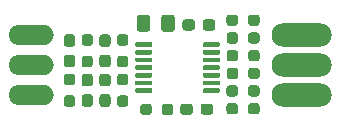
<source format=gbr>
%TF.GenerationSoftware,KiCad,Pcbnew,5.1.9-1.fc32*%
%TF.CreationDate,2021-03-14T18:14:37+05:30*%
%TF.ProjectId,BioAmp-EXG-Pill,42696f41-6d70-42d4-9558-472d50696c6c,v0.7*%
%TF.SameCoordinates,Original*%
%TF.FileFunction,Soldermask,Top*%
%TF.FilePolarity,Negative*%
%FSLAX46Y46*%
G04 Gerber Fmt 4.6, Leading zero omitted, Abs format (unit mm)*
G04 Created by KiCad (PCBNEW 5.1.9-1.fc32) date 2021-03-14 18:14:37*
%MOMM*%
%LPD*%
G01*
G04 APERTURE LIST*
%ADD10O,3.500000X1.700000*%
%ADD11O,3.500000X2.000000*%
%ADD12O,4.500000X2.000000*%
%ADD13O,2.000000X1.700000*%
G04 APERTURE END LIST*
%TO.C,U1*%
G36*
G01*
X132325000Y-99050000D02*
X132325000Y-99250000D01*
G75*
G02*
X132225000Y-99350000I-100000J0D01*
G01*
X130950000Y-99350000D01*
G75*
G02*
X130850000Y-99250000I0J100000D01*
G01*
X130850000Y-99050000D01*
G75*
G02*
X130950000Y-98950000I100000J0D01*
G01*
X132225000Y-98950000D01*
G75*
G02*
X132325000Y-99050000I0J-100000D01*
G01*
G37*
G36*
G01*
X132325000Y-98400000D02*
X132325000Y-98600000D01*
G75*
G02*
X132225000Y-98700000I-100000J0D01*
G01*
X130950000Y-98700000D01*
G75*
G02*
X130850000Y-98600000I0J100000D01*
G01*
X130850000Y-98400000D01*
G75*
G02*
X130950000Y-98300000I100000J0D01*
G01*
X132225000Y-98300000D01*
G75*
G02*
X132325000Y-98400000I0J-100000D01*
G01*
G37*
G36*
G01*
X132325000Y-97750000D02*
X132325000Y-97950000D01*
G75*
G02*
X132225000Y-98050000I-100000J0D01*
G01*
X130950000Y-98050000D01*
G75*
G02*
X130850000Y-97950000I0J100000D01*
G01*
X130850000Y-97750000D01*
G75*
G02*
X130950000Y-97650000I100000J0D01*
G01*
X132225000Y-97650000D01*
G75*
G02*
X132325000Y-97750000I0J-100000D01*
G01*
G37*
G36*
G01*
X132325000Y-97100000D02*
X132325000Y-97300000D01*
G75*
G02*
X132225000Y-97400000I-100000J0D01*
G01*
X130950000Y-97400000D01*
G75*
G02*
X130850000Y-97300000I0J100000D01*
G01*
X130850000Y-97100000D01*
G75*
G02*
X130950000Y-97000000I100000J0D01*
G01*
X132225000Y-97000000D01*
G75*
G02*
X132325000Y-97100000I0J-100000D01*
G01*
G37*
G36*
G01*
X132325000Y-96450000D02*
X132325000Y-96650000D01*
G75*
G02*
X132225000Y-96750000I-100000J0D01*
G01*
X130950000Y-96750000D01*
G75*
G02*
X130850000Y-96650000I0J100000D01*
G01*
X130850000Y-96450000D01*
G75*
G02*
X130950000Y-96350000I100000J0D01*
G01*
X132225000Y-96350000D01*
G75*
G02*
X132325000Y-96450000I0J-100000D01*
G01*
G37*
G36*
G01*
X132325000Y-95800000D02*
X132325000Y-96000000D01*
G75*
G02*
X132225000Y-96100000I-100000J0D01*
G01*
X130950000Y-96100000D01*
G75*
G02*
X130850000Y-96000000I0J100000D01*
G01*
X130850000Y-95800000D01*
G75*
G02*
X130950000Y-95700000I100000J0D01*
G01*
X132225000Y-95700000D01*
G75*
G02*
X132325000Y-95800000I0J-100000D01*
G01*
G37*
G36*
G01*
X132325000Y-95150000D02*
X132325000Y-95350000D01*
G75*
G02*
X132225000Y-95450000I-100000J0D01*
G01*
X130950000Y-95450000D01*
G75*
G02*
X130850000Y-95350000I0J100000D01*
G01*
X130850000Y-95150000D01*
G75*
G02*
X130950000Y-95050000I100000J0D01*
G01*
X132225000Y-95050000D01*
G75*
G02*
X132325000Y-95150000I0J-100000D01*
G01*
G37*
G36*
G01*
X138050000Y-95150000D02*
X138050000Y-95350000D01*
G75*
G02*
X137950000Y-95450000I-100000J0D01*
G01*
X136675000Y-95450000D01*
G75*
G02*
X136575000Y-95350000I0J100000D01*
G01*
X136575000Y-95150000D01*
G75*
G02*
X136675000Y-95050000I100000J0D01*
G01*
X137950000Y-95050000D01*
G75*
G02*
X138050000Y-95150000I0J-100000D01*
G01*
G37*
G36*
G01*
X138050000Y-95800000D02*
X138050000Y-96000000D01*
G75*
G02*
X137950000Y-96100000I-100000J0D01*
G01*
X136675000Y-96100000D01*
G75*
G02*
X136575000Y-96000000I0J100000D01*
G01*
X136575000Y-95800000D01*
G75*
G02*
X136675000Y-95700000I100000J0D01*
G01*
X137950000Y-95700000D01*
G75*
G02*
X138050000Y-95800000I0J-100000D01*
G01*
G37*
G36*
G01*
X138050000Y-96450000D02*
X138050000Y-96650000D01*
G75*
G02*
X137950000Y-96750000I-100000J0D01*
G01*
X136675000Y-96750000D01*
G75*
G02*
X136575000Y-96650000I0J100000D01*
G01*
X136575000Y-96450000D01*
G75*
G02*
X136675000Y-96350000I100000J0D01*
G01*
X137950000Y-96350000D01*
G75*
G02*
X138050000Y-96450000I0J-100000D01*
G01*
G37*
G36*
G01*
X138050000Y-97100000D02*
X138050000Y-97300000D01*
G75*
G02*
X137950000Y-97400000I-100000J0D01*
G01*
X136675000Y-97400000D01*
G75*
G02*
X136575000Y-97300000I0J100000D01*
G01*
X136575000Y-97100000D01*
G75*
G02*
X136675000Y-97000000I100000J0D01*
G01*
X137950000Y-97000000D01*
G75*
G02*
X138050000Y-97100000I0J-100000D01*
G01*
G37*
G36*
G01*
X138050000Y-97750000D02*
X138050000Y-97950000D01*
G75*
G02*
X137950000Y-98050000I-100000J0D01*
G01*
X136675000Y-98050000D01*
G75*
G02*
X136575000Y-97950000I0J100000D01*
G01*
X136575000Y-97750000D01*
G75*
G02*
X136675000Y-97650000I100000J0D01*
G01*
X137950000Y-97650000D01*
G75*
G02*
X138050000Y-97750000I0J-100000D01*
G01*
G37*
G36*
G01*
X138050000Y-98400000D02*
X138050000Y-98600000D01*
G75*
G02*
X137950000Y-98700000I-100000J0D01*
G01*
X136675000Y-98700000D01*
G75*
G02*
X136575000Y-98600000I0J100000D01*
G01*
X136575000Y-98400000D01*
G75*
G02*
X136675000Y-98300000I100000J0D01*
G01*
X137950000Y-98300000D01*
G75*
G02*
X138050000Y-98400000I0J-100000D01*
G01*
G37*
G36*
G01*
X138050000Y-99050000D02*
X138050000Y-99250000D01*
G75*
G02*
X137950000Y-99350000I-100000J0D01*
G01*
X136675000Y-99350000D01*
G75*
G02*
X136575000Y-99250000I0J100000D01*
G01*
X136575000Y-99050000D01*
G75*
G02*
X136675000Y-98950000I100000J0D01*
G01*
X137950000Y-98950000D01*
G75*
G02*
X138050000Y-99050000I0J-100000D01*
G01*
G37*
%TD*%
%TO.C,C3*%
G36*
G01*
X127037500Y-98805000D02*
X126562500Y-98805000D01*
G75*
G02*
X126325000Y-98567500I0J237500D01*
G01*
X126325000Y-97967500D01*
G75*
G02*
X126562500Y-97730000I237500J0D01*
G01*
X127037500Y-97730000D01*
G75*
G02*
X127275000Y-97967500I0J-237500D01*
G01*
X127275000Y-98567500D01*
G75*
G02*
X127037500Y-98805000I-237500J0D01*
G01*
G37*
G36*
G01*
X127037500Y-100530000D02*
X126562500Y-100530000D01*
G75*
G02*
X126325000Y-100292500I0J237500D01*
G01*
X126325000Y-99692500D01*
G75*
G02*
X126562500Y-99455000I237500J0D01*
G01*
X127037500Y-99455000D01*
G75*
G02*
X127275000Y-99692500I0J-237500D01*
G01*
X127275000Y-100292500D01*
G75*
G02*
X127037500Y-100530000I-237500J0D01*
G01*
G37*
%TD*%
D10*
%TO.C,J2*%
X121850000Y-94480000D03*
X121850000Y-97020000D03*
X121850000Y-99560000D03*
%TD*%
D11*
%TO.C,J1*%
X145760000Y-94470000D03*
X145760000Y-97010000D03*
X145760000Y-99550000D03*
%TD*%
%TO.C,C1*%
G36*
G01*
X133050000Y-93925000D02*
X133050000Y-92975000D01*
G75*
G02*
X133300000Y-92725000I250000J0D01*
G01*
X133975000Y-92725000D01*
G75*
G02*
X134225000Y-92975000I0J-250000D01*
G01*
X134225000Y-93925000D01*
G75*
G02*
X133975000Y-94175000I-250000J0D01*
G01*
X133300000Y-94175000D01*
G75*
G02*
X133050000Y-93925000I0J250000D01*
G01*
G37*
G36*
G01*
X130975000Y-93925000D02*
X130975000Y-92975000D01*
G75*
G02*
X131225000Y-92725000I250000J0D01*
G01*
X131900000Y-92725000D01*
G75*
G02*
X132150000Y-92975000I0J-250000D01*
G01*
X132150000Y-93925000D01*
G75*
G02*
X131900000Y-94175000I-250000J0D01*
G01*
X131225000Y-94175000D01*
G75*
G02*
X130975000Y-93925000I0J250000D01*
G01*
G37*
%TD*%
%TO.C,C8*%
G36*
G01*
X136395000Y-100967500D02*
X136395000Y-100492500D01*
G75*
G02*
X136632500Y-100255000I237500J0D01*
G01*
X137232500Y-100255000D01*
G75*
G02*
X137470000Y-100492500I0J-237500D01*
G01*
X137470000Y-100967500D01*
G75*
G02*
X137232500Y-101205000I-237500J0D01*
G01*
X136632500Y-101205000D01*
G75*
G02*
X136395000Y-100967500I0J237500D01*
G01*
G37*
G36*
G01*
X134670000Y-100967500D02*
X134670000Y-100492500D01*
G75*
G02*
X134907500Y-100255000I237500J0D01*
G01*
X135507500Y-100255000D01*
G75*
G02*
X135745000Y-100492500I0J-237500D01*
G01*
X135745000Y-100967500D01*
G75*
G02*
X135507500Y-101205000I-237500J0D01*
G01*
X134907500Y-101205000D01*
G75*
G02*
X134670000Y-100967500I0J237500D01*
G01*
G37*
%TD*%
%TO.C,R12*%
G36*
G01*
X140425000Y-96437500D02*
X140425000Y-95962500D01*
G75*
G02*
X140662500Y-95725000I237500J0D01*
G01*
X141162500Y-95725000D01*
G75*
G02*
X141400000Y-95962500I0J-237500D01*
G01*
X141400000Y-96437500D01*
G75*
G02*
X141162500Y-96675000I-237500J0D01*
G01*
X140662500Y-96675000D01*
G75*
G02*
X140425000Y-96437500I0J237500D01*
G01*
G37*
G36*
G01*
X138600000Y-96437500D02*
X138600000Y-95962500D01*
G75*
G02*
X138837500Y-95725000I237500J0D01*
G01*
X139337500Y-95725000D01*
G75*
G02*
X139575000Y-95962500I0J-237500D01*
G01*
X139575000Y-96437500D01*
G75*
G02*
X139337500Y-96675000I-237500J0D01*
G01*
X138837500Y-96675000D01*
G75*
G02*
X138600000Y-96437500I0J237500D01*
G01*
G37*
%TD*%
%TO.C,R11*%
G36*
G01*
X133125000Y-100987500D02*
X133125000Y-100512500D01*
G75*
G02*
X133362500Y-100275000I237500J0D01*
G01*
X133862500Y-100275000D01*
G75*
G02*
X134100000Y-100512500I0J-237500D01*
G01*
X134100000Y-100987500D01*
G75*
G02*
X133862500Y-101225000I-237500J0D01*
G01*
X133362500Y-101225000D01*
G75*
G02*
X133125000Y-100987500I0J237500D01*
G01*
G37*
G36*
G01*
X131300000Y-100987500D02*
X131300000Y-100512500D01*
G75*
G02*
X131537500Y-100275000I237500J0D01*
G01*
X132037500Y-100275000D01*
G75*
G02*
X132275000Y-100512500I0J-237500D01*
G01*
X132275000Y-100987500D01*
G75*
G02*
X132037500Y-101225000I-237500J0D01*
G01*
X131537500Y-101225000D01*
G75*
G02*
X131300000Y-100987500I0J237500D01*
G01*
G37*
%TD*%
%TO.C,R6*%
G36*
G01*
X140425000Y-97937500D02*
X140425000Y-97462500D01*
G75*
G02*
X140662500Y-97225000I237500J0D01*
G01*
X141162500Y-97225000D01*
G75*
G02*
X141400000Y-97462500I0J-237500D01*
G01*
X141400000Y-97937500D01*
G75*
G02*
X141162500Y-98175000I-237500J0D01*
G01*
X140662500Y-98175000D01*
G75*
G02*
X140425000Y-97937500I0J237500D01*
G01*
G37*
G36*
G01*
X138600000Y-97937500D02*
X138600000Y-97462500D01*
G75*
G02*
X138837500Y-97225000I237500J0D01*
G01*
X139337500Y-97225000D01*
G75*
G02*
X139575000Y-97462500I0J-237500D01*
G01*
X139575000Y-97937500D01*
G75*
G02*
X139337500Y-98175000I-237500J0D01*
G01*
X138837500Y-98175000D01*
G75*
G02*
X138600000Y-97937500I0J237500D01*
G01*
G37*
%TD*%
%TO.C,R9*%
G36*
G01*
X126562500Y-96205000D02*
X127037500Y-96205000D01*
G75*
G02*
X127275000Y-96442500I0J-237500D01*
G01*
X127275000Y-96942500D01*
G75*
G02*
X127037500Y-97180000I-237500J0D01*
G01*
X126562500Y-97180000D01*
G75*
G02*
X126325000Y-96942500I0J237500D01*
G01*
X126325000Y-96442500D01*
G75*
G02*
X126562500Y-96205000I237500J0D01*
G01*
G37*
G36*
G01*
X126562500Y-94380000D02*
X127037500Y-94380000D01*
G75*
G02*
X127275000Y-94617500I0J-237500D01*
G01*
X127275000Y-95117500D01*
G75*
G02*
X127037500Y-95355000I-237500J0D01*
G01*
X126562500Y-95355000D01*
G75*
G02*
X126325000Y-95117500I0J237500D01*
G01*
X126325000Y-94617500D01*
G75*
G02*
X126562500Y-94380000I237500J0D01*
G01*
G37*
%TD*%
%TO.C,R8*%
G36*
G01*
X125062500Y-99555000D02*
X125537500Y-99555000D01*
G75*
G02*
X125775000Y-99792500I0J-237500D01*
G01*
X125775000Y-100292500D01*
G75*
G02*
X125537500Y-100530000I-237500J0D01*
G01*
X125062500Y-100530000D01*
G75*
G02*
X124825000Y-100292500I0J237500D01*
G01*
X124825000Y-99792500D01*
G75*
G02*
X125062500Y-99555000I237500J0D01*
G01*
G37*
G36*
G01*
X125062500Y-97730000D02*
X125537500Y-97730000D01*
G75*
G02*
X125775000Y-97967500I0J-237500D01*
G01*
X125775000Y-98467500D01*
G75*
G02*
X125537500Y-98705000I-237500J0D01*
G01*
X125062500Y-98705000D01*
G75*
G02*
X124825000Y-98467500I0J237500D01*
G01*
X124825000Y-97967500D01*
G75*
G02*
X125062500Y-97730000I237500J0D01*
G01*
G37*
%TD*%
%TO.C,R7*%
G36*
G01*
X129562500Y-96205000D02*
X130037500Y-96205000D01*
G75*
G02*
X130275000Y-96442500I0J-237500D01*
G01*
X130275000Y-96942500D01*
G75*
G02*
X130037500Y-97180000I-237500J0D01*
G01*
X129562500Y-97180000D01*
G75*
G02*
X129325000Y-96942500I0J237500D01*
G01*
X129325000Y-96442500D01*
G75*
G02*
X129562500Y-96205000I237500J0D01*
G01*
G37*
G36*
G01*
X129562500Y-94380000D02*
X130037500Y-94380000D01*
G75*
G02*
X130275000Y-94617500I0J-237500D01*
G01*
X130275000Y-95117500D01*
G75*
G02*
X130037500Y-95355000I-237500J0D01*
G01*
X129562500Y-95355000D01*
G75*
G02*
X129325000Y-95117500I0J237500D01*
G01*
X129325000Y-94617500D01*
G75*
G02*
X129562500Y-94380000I237500J0D01*
G01*
G37*
%TD*%
%TO.C,R5*%
G36*
G01*
X139565000Y-92962500D02*
X139565000Y-93437500D01*
G75*
G02*
X139327500Y-93675000I-237500J0D01*
G01*
X138827500Y-93675000D01*
G75*
G02*
X138590000Y-93437500I0J237500D01*
G01*
X138590000Y-92962500D01*
G75*
G02*
X138827500Y-92725000I237500J0D01*
G01*
X139327500Y-92725000D01*
G75*
G02*
X139565000Y-92962500I0J-237500D01*
G01*
G37*
G36*
G01*
X141390000Y-92962500D02*
X141390000Y-93437500D01*
G75*
G02*
X141152500Y-93675000I-237500J0D01*
G01*
X140652500Y-93675000D01*
G75*
G02*
X140415000Y-93437500I0J237500D01*
G01*
X140415000Y-92962500D01*
G75*
G02*
X140652500Y-92725000I237500J0D01*
G01*
X141152500Y-92725000D01*
G75*
G02*
X141390000Y-92962500I0J-237500D01*
G01*
G37*
%TD*%
%TO.C,R4*%
G36*
G01*
X139575000Y-94462500D02*
X139575000Y-94937500D01*
G75*
G02*
X139337500Y-95175000I-237500J0D01*
G01*
X138837500Y-95175000D01*
G75*
G02*
X138600000Y-94937500I0J237500D01*
G01*
X138600000Y-94462500D01*
G75*
G02*
X138837500Y-94225000I237500J0D01*
G01*
X139337500Y-94225000D01*
G75*
G02*
X139575000Y-94462500I0J-237500D01*
G01*
G37*
G36*
G01*
X141400000Y-94462500D02*
X141400000Y-94937500D01*
G75*
G02*
X141162500Y-95175000I-237500J0D01*
G01*
X140662500Y-95175000D01*
G75*
G02*
X140425000Y-94937500I0J237500D01*
G01*
X140425000Y-94462500D01*
G75*
G02*
X140662500Y-94225000I237500J0D01*
G01*
X141162500Y-94225000D01*
G75*
G02*
X141400000Y-94462500I0J-237500D01*
G01*
G37*
%TD*%
%TO.C,R3*%
G36*
G01*
X139565000Y-100442500D02*
X139565000Y-100917500D01*
G75*
G02*
X139327500Y-101155000I-237500J0D01*
G01*
X138827500Y-101155000D01*
G75*
G02*
X138590000Y-100917500I0J237500D01*
G01*
X138590000Y-100442500D01*
G75*
G02*
X138827500Y-100205000I237500J0D01*
G01*
X139327500Y-100205000D01*
G75*
G02*
X139565000Y-100442500I0J-237500D01*
G01*
G37*
G36*
G01*
X141390000Y-100442500D02*
X141390000Y-100917500D01*
G75*
G02*
X141152500Y-101155000I-237500J0D01*
G01*
X140652500Y-101155000D01*
G75*
G02*
X140415000Y-100917500I0J237500D01*
G01*
X140415000Y-100442500D01*
G75*
G02*
X140652500Y-100205000I237500J0D01*
G01*
X141152500Y-100205000D01*
G75*
G02*
X141390000Y-100442500I0J-237500D01*
G01*
G37*
%TD*%
%TO.C,R2*%
G36*
G01*
X140415000Y-99417500D02*
X140415000Y-98942500D01*
G75*
G02*
X140652500Y-98705000I237500J0D01*
G01*
X141152500Y-98705000D01*
G75*
G02*
X141390000Y-98942500I0J-237500D01*
G01*
X141390000Y-99417500D01*
G75*
G02*
X141152500Y-99655000I-237500J0D01*
G01*
X140652500Y-99655000D01*
G75*
G02*
X140415000Y-99417500I0J237500D01*
G01*
G37*
G36*
G01*
X138590000Y-99417500D02*
X138590000Y-98942500D01*
G75*
G02*
X138827500Y-98705000I237500J0D01*
G01*
X139327500Y-98705000D01*
G75*
G02*
X139565000Y-98942500I0J-237500D01*
G01*
X139565000Y-99417500D01*
G75*
G02*
X139327500Y-99655000I-237500J0D01*
G01*
X138827500Y-99655000D01*
G75*
G02*
X138590000Y-99417500I0J237500D01*
G01*
G37*
%TD*%
%TO.C,R1*%
G36*
G01*
X129562500Y-99555000D02*
X130037500Y-99555000D01*
G75*
G02*
X130275000Y-99792500I0J-237500D01*
G01*
X130275000Y-100292500D01*
G75*
G02*
X130037500Y-100530000I-237500J0D01*
G01*
X129562500Y-100530000D01*
G75*
G02*
X129325000Y-100292500I0J237500D01*
G01*
X129325000Y-99792500D01*
G75*
G02*
X129562500Y-99555000I237500J0D01*
G01*
G37*
G36*
G01*
X129562500Y-97730000D02*
X130037500Y-97730000D01*
G75*
G02*
X130275000Y-97967500I0J-237500D01*
G01*
X130275000Y-98467500D01*
G75*
G02*
X130037500Y-98705000I-237500J0D01*
G01*
X129562500Y-98705000D01*
G75*
G02*
X129325000Y-98467500I0J237500D01*
G01*
X129325000Y-97967500D01*
G75*
G02*
X129562500Y-97730000I237500J0D01*
G01*
G37*
%TD*%
D12*
%TO.C,J1*%
X144610000Y-99550000D03*
X144610000Y-97010000D03*
X144610000Y-94470000D03*
%TD*%
D13*
%TO.C,J2*%
X123000000Y-99560000D03*
X123000000Y-97020000D03*
X123000000Y-94480000D03*
%TD*%
%TO.C,C9*%
G36*
G01*
X128537500Y-98805000D02*
X128062500Y-98805000D01*
G75*
G02*
X127825000Y-98567500I0J237500D01*
G01*
X127825000Y-97967500D01*
G75*
G02*
X128062500Y-97730000I237500J0D01*
G01*
X128537500Y-97730000D01*
G75*
G02*
X128775000Y-97967500I0J-237500D01*
G01*
X128775000Y-98567500D01*
G75*
G02*
X128537500Y-98805000I-237500J0D01*
G01*
G37*
G36*
G01*
X128537500Y-100530000D02*
X128062500Y-100530000D01*
G75*
G02*
X127825000Y-100292500I0J237500D01*
G01*
X127825000Y-99692500D01*
G75*
G02*
X128062500Y-99455000I237500J0D01*
G01*
X128537500Y-99455000D01*
G75*
G02*
X128775000Y-99692500I0J-237500D01*
G01*
X128775000Y-100292500D01*
G75*
G02*
X128537500Y-100530000I-237500J0D01*
G01*
G37*
%TD*%
%TO.C,C7*%
G36*
G01*
X135925000Y-93352500D02*
X135925000Y-93827500D01*
G75*
G02*
X135687500Y-94065000I-237500J0D01*
G01*
X135087500Y-94065000D01*
G75*
G02*
X134850000Y-93827500I0J237500D01*
G01*
X134850000Y-93352500D01*
G75*
G02*
X135087500Y-93115000I237500J0D01*
G01*
X135687500Y-93115000D01*
G75*
G02*
X135925000Y-93352500I0J-237500D01*
G01*
G37*
G36*
G01*
X137650000Y-93352500D02*
X137650000Y-93827500D01*
G75*
G02*
X137412500Y-94065000I-237500J0D01*
G01*
X136812500Y-94065000D01*
G75*
G02*
X136575000Y-93827500I0J237500D01*
G01*
X136575000Y-93352500D01*
G75*
G02*
X136812500Y-93115000I237500J0D01*
G01*
X137412500Y-93115000D01*
G75*
G02*
X137650000Y-93352500I0J-237500D01*
G01*
G37*
%TD*%
%TO.C,C4*%
G36*
G01*
X125537500Y-95455000D02*
X125062500Y-95455000D01*
G75*
G02*
X124825000Y-95217500I0J237500D01*
G01*
X124825000Y-94617500D01*
G75*
G02*
X125062500Y-94380000I237500J0D01*
G01*
X125537500Y-94380000D01*
G75*
G02*
X125775000Y-94617500I0J-237500D01*
G01*
X125775000Y-95217500D01*
G75*
G02*
X125537500Y-95455000I-237500J0D01*
G01*
G37*
G36*
G01*
X125537500Y-97180000D02*
X125062500Y-97180000D01*
G75*
G02*
X124825000Y-96942500I0J237500D01*
G01*
X124825000Y-96342500D01*
G75*
G02*
X125062500Y-96105000I237500J0D01*
G01*
X125537500Y-96105000D01*
G75*
G02*
X125775000Y-96342500I0J-237500D01*
G01*
X125775000Y-96942500D01*
G75*
G02*
X125537500Y-97180000I-237500J0D01*
G01*
G37*
%TD*%
%TO.C,C2*%
G36*
G01*
X128062500Y-96105000D02*
X128537500Y-96105000D01*
G75*
G02*
X128775000Y-96342500I0J-237500D01*
G01*
X128775000Y-96942500D01*
G75*
G02*
X128537500Y-97180000I-237500J0D01*
G01*
X128062500Y-97180000D01*
G75*
G02*
X127825000Y-96942500I0J237500D01*
G01*
X127825000Y-96342500D01*
G75*
G02*
X128062500Y-96105000I237500J0D01*
G01*
G37*
G36*
G01*
X128062500Y-94380000D02*
X128537500Y-94380000D01*
G75*
G02*
X128775000Y-94617500I0J-237500D01*
G01*
X128775000Y-95217500D01*
G75*
G02*
X128537500Y-95455000I-237500J0D01*
G01*
X128062500Y-95455000D01*
G75*
G02*
X127825000Y-95217500I0J237500D01*
G01*
X127825000Y-94617500D01*
G75*
G02*
X128062500Y-94380000I237500J0D01*
G01*
G37*
%TD*%
M02*

</source>
